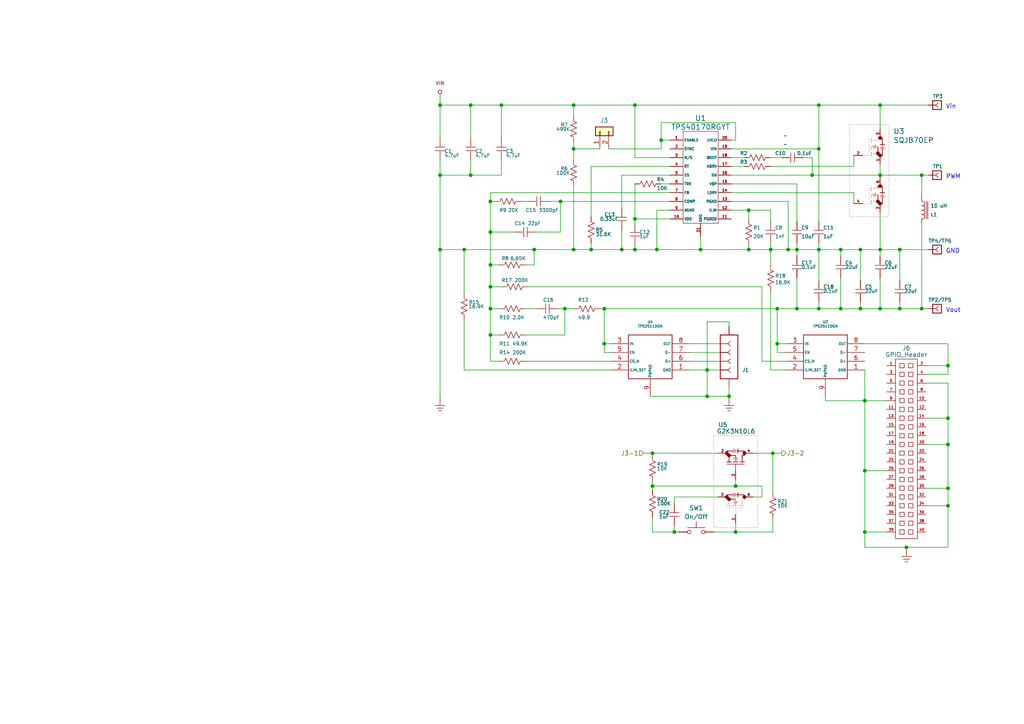
<source format=kicad_sch>
(kicad_sch (version 20230121) (generator eeschema)
  (paper "A4")
  (title_block (title "Dual USB Universal Car Charger") (date "2023-05-02") (rev "-") (company "Deadhand") (comment 1 "Dual USB Universal Car Charger From a TPS40170 and Two TPS2511") (comment 2 "A USB-dedicated charging port controller"))
  (lib_symbols
    (symbol "Connector_Generic:Conn_01x02" (pin_names (offset 1.016) hide)
      (property "Reference" "J" (at 0 2.54 0))
      (property "Value" "Conn_01x02" (at 0 -5.08 0))
      (symbol "Conn_01x02_1_1"
        (pin passive line (at -5.08 0 0) (length 3.81) (name "Pin_1") (number "1"))
        (pin passive line (at -5.08 -2.54 0) (length 3.81) (name "Pin_2") (number "2"))
      )
    )
    (symbol "New_Library:G2K3N10L6" (pin_names hide)
      (property "Reference" "U" (at 1.27 10.16 0))
      (property "Value" "G2K3N10L6" (at 12.7 10.16 0))
      (symbol "G2K3N10L6_1_0"
        (pin bidirectional line (at 0 2.54 0) (length 2.54) (name "G1") (number "1"))
      )
      (symbol "G2K3N10L6_1_1"
        (pin bidirectional line (at 20.32 -2.54 90) (length 2.54) (name "S2") (number "2"))
        (pin bidirectional line (at 12.7 2.54 0) (length 2.54) (name "G2") (number "3"))
        (pin bidirectional line (at 20.32 7.62 270) (length 2.54) (name "D2") (number "4"))
        (pin bidirectional line (at 7.62 -2.54 90) (length 2.54) (name "S1") (number "5"))
        (pin bidirectional line (at 7.62 7.62 270) (length 2.54) (name "D1") (number "6"))
      )
    )
    (symbol "New_Library:GPIO_Header" (pin_names hide)
      (property "Reference" "J" (at 3.175 0 0))
      (property "Value" "GPIO_Header" (at 5.715 2.54 0))
      (symbol "GPIO_Header_1_1"
        (pin input line (at 0 -3.81 0) (length 2.54) (name "3V3") (number "1"))
        (pin input line (at 11.43 -13.97 180) (length 2.54) (name "GPIO15") (number "10"))
        (pin input line (at 0 -16.51 0) (length 2.54) (name "GPI017") (number "11"))
        (pin input line (at 11.43 -16.51 180) (length 2.54) (name "GPIO18") (number "12"))
        (pin input line (at 0 -19.05 0) (length 2.54) (name "GPI027") (number "13"))
        (pin input line (at 11.43 -19.05 180) (length 2.54) (name "GND") (number "14"))
        (pin input line (at 0 -21.59 0) (length 2.54) (name "GPI022") (number "15"))
        (pin input line (at 11.43 -21.59 180) (length 2.54) (name "GPIO23") (number "16"))
        (pin input line (at 0 -24.13 0) (length 2.54) (name "3V3") (number "17"))
        (pin input line (at 11.43 -24.13 180) (length 2.54) (name "GPIO24") (number "18"))
        (pin input line (at 0 -26.67 0) (length 2.54) (name "GPI010") (number "19"))
        (pin input line (at 11.43 -3.81 180) (length 2.54) (name "5V") (number "2"))
        (pin input line (at 11.43 -26.67 180) (length 2.54) (name "GND") (number "20"))
        (pin input line (at 0 -29.21 0) (length 2.54) (name "GPI09") (number "21"))
        (pin input line (at 11.43 -29.21 180) (length 2.54) (name "GPIO25") (number "22"))
        (pin input line (at 0 -31.75 0) (length 2.54) (name "GPI011") (number "23"))
        (pin input line (at 11.43 -31.75 180) (length 2.54) (name "GPIO8") (number "24"))
        (pin input line (at 0 -34.29 0) (length 2.54) (name "GND") (number "25"))
        (pin input line (at 11.43 -34.29 180) (length 2.54) (name "GPIO7") (number "26"))
        (pin input line (at 0 -36.83 0) (length 2.54) (name "ID_SD") (number "27"))
        (pin input line (at 11.43 -36.83 180) (length 2.54) (name "ID_SC") (number "28"))
        (pin input line (at 0 -39.37 0) (length 2.54) (name "GPI05") (number "29"))
        (pin input line (at 0 -6.35 0) (length 2.54) (name "GPIO2") (number "3"))
        (pin input line (at 11.43 -39.37 180) (length 2.54) (name "GND") (number "30"))
        (pin input line (at 0 -41.91 0) (length 2.54) (name "GPI06") (number "31"))
        (pin input line (at 11.43 -41.91 180) (length 2.54) (name "GPI012") (number "32"))
        (pin input line (at 0 -44.45 0) (length 2.54) (name "GPI013") (number "33"))
        (pin input line (at 11.43 -44.45 180) (length 2.54) (name "GND") (number "34"))
        (pin input line (at 0 -46.99 0) (length 2.54) (name "GPI019") (number "35"))
        (pin input line (at 11.43 -46.99 180) (length 2.54) (name "GPI016") (number "36"))
        (pin input line (at 0 -49.53 0) (length 2.54) (name "GPI026") (number "37"))
        (pin input line (at 11.43 -49.53 180) (length 2.54) (name "GPI020") (number "38"))
        (pin input line (at 0 -52.07 0) (length 2.54) (name "GND") (number "39"))
        (pin input line (at 11.43 -6.35 180) (length 2.54) (name "5V") (number "4"))
        (pin input line (at 11.43 -52.07 180) (length 2.54) (name "GPI021") (number "40"))
        (pin input line (at 0 -8.89 0) (length 2.54) (name "GPIO3") (number "5"))
        (pin input line (at 11.43 -8.89 180) (length 2.54) (name "GND") (number "6"))
        (pin input line (at 0 -11.43 0) (length 2.54) (name "GPIO4") (number "7"))
        (pin input line (at 11.43 -11.43 180) (length 2.54) (name "GPIO14") (number "8"))
        (pin input line (at 0 -13.97 0) (length 2.54) (name "GND") (number "9"))
      )
    )
    (symbol "New_Library:SQJB70EP" (pin_names (offset 0) hide)
      (property "Reference" "U" (at 11.43 -2.54 0))
      (property "Value" "SQJB70EP" (at 16.51 -5.08 0))
      (symbol "SQJB70EP_1_0"
        (pin bidirectional line (at 0 0 0) (length 2.54) (name "G1") (number "2"))
      )
      (symbol "SQJB70EP_1_1"
        (pin bidirectional line (at 7.62 -2.54 90) (length 2.54) (name "S1") (number "1"))
        (pin bidirectional line (at 7.62 -16.51 90) (length 2.54) (name "S2") (number "3"))
        (pin bidirectional line (at 0 -13.97 0) (length 2.54) (name "G2") (number "4"))
        (pin bidirectional line (at 7.62 7.62 270) (length 2.54) (name "D1") (number "5"))
        (pin bidirectional line (at 7.62 -6.35 270) (length 2.54) (name "D2") (number "6"))
      )
    )
    (symbol "New_Library:TPS2511DGN" (pin_names (offset 0.254))
      (property "Reference" "U" (at -6.35 15.24 0))
      (property "Value" "TPS2511DGN" (at -6.35 13.97 0))
      (symbol "TPS2511DGN_1_1"
        (pin power_in line (at 5.08 2.54 180) (length 5.08) (name "GND") (number "1"))
        (pin input line (at -17.78 2.54 0) (length 5.08) (name "ILIM_SET") (number "2"))
        (pin power_in line (at -17.78 10.16 0) (length 5.08) (name "IN") (number "3"))
        (pin output line (at -17.78 5.08 0) (length 5.08) (name "CS_N") (number "4"))
        (pin input line (at -17.78 7.62 0) (length 5.08) (name "EN") (number "5"))
        (pin bidirectional line (at 5.08 5.08 180) (length 5.08) (name "D+") (number "6"))
        (pin bidirectional line (at 5.08 7.62 180) (length 5.08) (name "D-") (number "7"))
        (pin power_in line (at 5.08 10.16 180) (length 5.08) (name "OUT") (number "8"))
        (pin power_in line (at -6.35 -5.08 90) (length 5.08) (name "PWPAD") (number "9"))
      )
    )
    (symbol "New_Library:TPS40170RGYT" (pin_names (offset 0.254))
      (property "Reference" "U" (at 12.7 6.35 0))
      (property "Value" "TPS40170RGYT" (at 12.7 3.81 0))
      (symbol "TPS40170RGYT_1_1"
        (pin input line (at 3.81 0 0) (length 3.81) (name "ENABLE") (number "1"))
        (pin output line (at 3.81 -22.86 0) (length 3.81) (name "VDD") (number "10"))
        (pin output line (at 21.59 -22.86 180) (length 3.81) (name "PGOOD") (number "11"))
        (pin input line (at 21.59 -20.32 180) (length 3.81) (name "ILIM") (number "12"))
        (pin power_in line (at 21.59 -17.78 180) (length 3.81) (name "PGND") (number "13"))
        (pin output line (at 21.59 -15.24 180) (length 3.81) (name "LDRV") (number "14"))
        (pin output line (at 21.59 -12.7 180) (length 3.81) (name "VBP") (number "15"))
        (pin input line (at 21.59 -10.16 180) (length 3.81) (name "SW") (number "16"))
        (pin output line (at 21.59 -7.62 180) (length 3.81) (name "HDRV") (number "17"))
        (pin output line (at 21.59 -5.08 180) (length 3.81) (name "BOOT") (number "18"))
        (pin input line (at 21.59 -2.54 180) (length 3.81) (name "VIN") (number "19"))
        (pin bidirectional line (at 3.81 -2.54 0) (length 3.81) (name "SYNC") (number "2"))
        (pin input line (at 21.59 0 180) (length 3.81) (name "UVLO") (number "20"))
        (pin unspecified line (at 12.7 -27.94 90) (length 3.81) (name "GND") (number "21"))
        (pin input line (at 3.81 -5.08 0) (length 3.81) (name "M/S") (number "3"))
        (pin input line (at 3.81 -7.62 0) (length 3.81) (name "RT") (number "4"))
        (pin input line (at 3.81 -10.16 0) (length 3.81) (name "SS") (number "5"))
        (pin input line (at 3.81 -12.7 0) (length 3.81) (name "TRK") (number "6"))
        (pin input line (at 3.81 -15.24 0) (length 3.81) (name "FB") (number "7"))
        (pin output line (at 3.81 -17.78 0) (length 3.81) (name "COMP") (number "8"))
        (pin power_in line (at 3.81 -20.32 0) (length 3.81) (name "AGND") (number "9"))
      )
    )
    (symbol "Switch:SW_Push" (pin_numbers hide) (pin_names (offset 1.016) hide)
      (property "Reference" "SW" (at 1.27 2.54 0))
      (property "Value" "SW_Push" (at 0 -1.524 0))
      (symbol "SW_Push_0_1"
        (pin passive line (at -5.08 0 0) (length 2.54) (name "1") (number "1"))
        (pin passive line (at 5.08 0 180) (length 2.54) (name "2") (number "2"))
      )
    )
    (symbol "USB-power:1176" (pin_numbers hide) (pin_names (offset 1.016) hide)
      (property "Reference" "U" (at -2.54 3.81 0))
      (property "Value" "1176" (at 0 -3.81 0))
      (symbol "1176_1_1"
        (pin passive line (at 0 -3.175 90) (length 2.413) (name "~") (number "~"))
        (pin passive line (at 0 3.175 270) (length 2.54) (name "~") (number "~"))
      )
    )
    (symbol "USB-power:1180" (pin_numbers hide) (pin_names (offset 1.016) hide)
      (property "Reference" "U" (at -2.54 3.81 0))
      (property "Value" "1180" (at 0 -3.81 0))
      (symbol "1180_1_1"
        (pin passive line (at 0 -3.81 90) (length 1.27) (name "~") (number "~"))
        (pin passive line (at 0 3.81 270) (length 1.397) (name "~") (number "~"))
      )
    )
    (symbol "USB-power:1187" (pin_numbers hide) (pin_names (offset 1.016) hide)
      (property "Reference" "U" (at -2.54 3.81 0))
      (property "Value" "1187" (at 0 -3.81 0))
      (symbol "1187_1_1"
        (pin passive line (at 0.635 -3.81 90) (length 1.016) (name "~") (number "~"))
        (pin passive line (at 0.635 3.81 270) (length 1.143) (name "~") (number "~"))
      )
    )
    (symbol "USB-power:1204" (power) (pin_numbers hide) (pin_names (offset 1.016) hide)
      (property "Reference" "U" (at -2.54 3.81 0))
      (property "Value" "1204" (at 0 -3.81 0))
      (symbol "1204_1_1"
        (pin passive line (at 0 2.54 270) (length 2.413) (name "~") (number "~"))
      )
    )
    (symbol "USB-power:1221" (power) (pin_numbers hide) (pin_names (offset 1.016) hide)
      (property "Reference" "U" (at -2.54 3.81 0))
      (property "Value" "1221" (at 0 -3.81 0))
      (symbol "1221_1_1"
        (pin passive line (at 0 -1.27 90) (length 0.508) (name "~") (number "~"))
      )
    )
    (symbol "USB-power:1222C" (power) (pin_numbers hide) (pin_names (offset 1.016) hide)
      (property "Reference" "U" (at -2.54 3.81 0))
      (property "Value" "1222C" (at 0 -3.81 0))
      (symbol "1222C_1_1"
        (pin passive line (at 0 1.27 270) (length 2.413) (name "~") (number "~"))
      )
    )
    (symbol "USB-power:1222D" (power) (pin_numbers hide) (pin_names (offset 1.016) hide)
      (property "Reference" "U" (at -2.54 3.81 0))
      (property "Value" "1222D" (at 0 -3.81 0))
      (symbol "1222D_1_1"
        (pin passive line (at 0 -1.27 90) (length 2.286) (name "~") (number "~"))
      )
    )
    (symbol "USB-power:1224" (power) (pin_numbers hide) (pin_names (offset 1.016) hide)
      (property "Reference" "U" (at -2.54 3.81 0))
      (property "Value" "1224" (at 0 -3.81 0))
      (symbol "1224_1_1"
        (pin passive line (at 1.905 0 180) (length 2.159) (name "~") (number "~"))
      )
    )
    (symbol "USB-power:cuscomp4" (pin_numbers hide) (pin_names (offset 1.016) hide)
      (property "Reference" "U" (at -2.54 3.81 0))
      (property "Value" "cuscomp4" (at 0 -3.81 0))
    )
    (symbol "USB-power:cuscomp6" (pin_numbers hide) (pin_names (offset 1.016) hide)
      (property "Reference" "U" (at -2.54 3.81 0))
      (property "Value" "cuscomp6" (at 0 -3.81 0))
    )
    (symbol "USB-power:cuscomp7" (pin_numbers hide) (pin_names (offset 1.016) hide)
      (property "Reference" "U" (at -2.54 3.81 0))
      (property "Value" "cuscomp7" (at 0 -3.81 0))
    )
    (symbol "USB-power:cuscomp8" (pin_numbers hide) (pin_names (offset 1.016) hide)
      (property "Reference" "U" (at -2.54 3.81 0))
      (property "Value" "cuscomp8" (at 0 -3.81 0))
    )
    (symbol "USB-power:cuscomp9" (pin_numbers hide) (pin_names (offset 1.016) hide)
      (property "Reference" "U" (at -2.54 3.81 0))
      (property "Value" "cuscomp9" (at 0 -3.81 0))
    )
  )
  (junction (at 142.24 89.535))
  (junction (at 175.26 99.695))
  (junction (at 142.24 67.31))
  (junction (at 225.425 89.535))
  (junction (at 189.23 140.97))
  (junction (at 127.635 50.8))
  (junction (at 184.15 72.39))
  (junction (at 260.985 89.535))
  (junction (at 225.425 99.695))
  (junction (at 142.24 58.42))
  (junction (at 213.36 140.97))
  (junction (at 184.15 63.5))
  (junction (at 274.955 128.905))
  (junction (at 184.15 30.48))
  (junction (at 231.14 89.535))
  (junction (at 217.17 72.39))
  (junction (at 235.585 50.8))
  (junction (at 134.62 72.39))
  (junction (at 127.635 30.48))
  (junction (at 255.27 89.535))
  (junction (at 205.105 107.315))
  (junction (at 195.58 154.305))
  (junction (at 203.2 72.39))
  (junction (at 127.635 72.39))
  (junction (at 255.27 50.8))
  (junction (at 163.83 89.535))
  (junction (at 223.52 72.39))
  (junction (at 255.27 72.39))
  (junction (at 213.36 154.305))
  (junction (at 217.17 60.96))
  (junction (at 250.825 154.305))
  (junction (at 274.955 141.605))
  (junction (at 237.49 43.18))
  (junction (at 262.89 158.75))
  (junction (at 166.37 30.48))
  (junction (at 260.985 72.39))
  (junction (at 255.27 30.48))
  (junction (at 224.155 131.445))
  (junction (at 267.335 89.535))
  (junction (at 142.24 76.835))
  (junction (at 274.955 146.685))
  (junction (at 142.24 97.155))
  (junction (at 243.84 72.39))
  (junction (at 205.105 114.935))
  (junction (at 180.34 72.39))
  (junction (at 166.37 43.18))
  (junction (at 189.23 131.445))
  (junction (at 211.455 114.935))
  (junction (at 228.6 72.39))
  (junction (at 274.955 121.285))
  (junction (at 249.555 89.535))
  (junction (at 166.37 72.39))
  (junction (at 136.525 50.8))
  (junction (at 237.49 72.39))
  (junction (at 175.26 89.535))
  (junction (at 243.84 89.535))
  (junction (at 274.955 106.045))
  (junction (at 267.335 50.8))
  (junction (at 154.94 72.39))
  (junction (at 145.415 30.48))
  (junction (at 237.49 30.48))
  (junction (at 250.825 116.205))
  (junction (at 249.555 72.39))
  (junction (at 191.77 40.64))
  (junction (at 231.14 72.39))
  (junction (at 142.24 83.185))
  (junction (at 162.56 58.42))
  (junction (at 250.825 136.525))
  (junction (at 237.49 89.535))
  (junction (at 136.525 30.48))
  (junction (at 171.45 72.39))
  (junction (at 190.5 72.39))
  (wire (pts (xy 223.52 76.835) (xy 223.52 72.39)))
  (wire (pts (xy 189.23 132.08) (xy 189.23 131.445)))
  (wire (pts (xy 237.49 81.28) (xy 237.49 72.39)))
  (wire (pts (xy 205.105 107.315) (xy 205.105 114.935)))
  (wire (pts (xy 260.985 87.63) (xy 260.985 89.535)))
  (wire (pts (xy 176.53 43.18) (xy 191.77 43.18)))
  (wire (pts (xy 205.105 114.935) (xy 211.455 114.935)))
  (wire (pts (xy 217.17 63.5) (xy 217.17 60.96)))
  (wire (pts (xy 217.17 71.12) (xy 217.17 72.39)))
  (wire (pts (xy 151.13 58.42) (xy 153.035 58.42)))
  (wire (pts (xy 142.24 55.88) (xy 142.24 58.42)))
  (wire (pts (xy 142.24 76.835) (xy 144.78 76.835)))
  (wire (pts (xy 195.58 154.305) (xy 196.85 154.305)))
  (wire (pts (xy 217.17 72.39) (xy 223.52 72.39)))
  (wire (pts (xy 194.31 60.96) (xy 190.5 60.96)))
  (wire (pts (xy 274.955 121.285) (xy 274.955 128.905)))
  (wire (pts (xy 268.605 146.685) (xy 274.955 146.685)))
  (wire (pts (xy 249.555 72.39) (xy 255.27 72.39)))
  (wire (pts (xy 136.525 40.005) (xy 136.525 30.48)))
  (wire (pts (xy 255.27 72.39) (xy 260.985 72.39)))
  (wire (pts (xy 127.635 50.8) (xy 136.525 50.8)))
  (wire (pts (xy 145.415 40.005) (xy 145.415 30.48)))
  (wire (pts (xy 189.23 149.86) (xy 189.23 154.305)))
  (wire (pts (xy 239.395 116.205) (xy 239.395 114.935)))
  (wire (pts (xy 184.15 45.72) (xy 184.15 30.48)))
  (wire (pts (xy 274.955 106.045) (xy 268.605 106.045)))
  (wire (pts (xy 166.37 43.18) (xy 166.37 46.355)))
  (wire (pts (xy 231.14 80.645) (xy 231.14 89.535)))
  (wire (pts (xy 134.62 107.315) (xy 134.62 92.71)))
  (wire (pts (xy 212.09 48.26) (xy 215.9 48.26)))
  (wire (pts (xy 166.37 30.48) (xy 184.15 30.48)))
  (wire (pts (xy 175.26 89.535) (xy 175.26 99.695)))
  (wire (pts (xy 235.585 50.8) (xy 255.27 50.8)))
  (wire (pts (xy 223.52 60.96) (xy 217.17 60.96)))
  (wire (pts (xy 255.27 50.8) (xy 267.335 50.8)))
  (wire (pts (xy 220.98 104.775) (xy 227.965 104.775)))
  (wire (pts (xy 274.955 128.905) (xy 274.955 141.605)))
  (wire (pts (xy 189.23 140.97) (xy 213.36 140.97)))
  (wire (pts (xy 237.49 43.18) (xy 237.49 30.48)))
  (wire (pts (xy 171.45 48.26) (xy 194.31 48.26)))
  (wire (pts (xy 260.985 72.39) (xy 269.24 72.39)))
  (wire (pts (xy 231.14 70.485) (xy 231.14 72.39)))
  (wire (pts (xy 189.23 131.445) (xy 208.28 131.445)))
  (wire (pts (xy 262.89 158.75) (xy 250.825 158.75)))
  (wire (pts (xy 175.26 99.695) (xy 177.165 99.695)))
  (wire (pts (xy 145.415 50.8) (xy 136.525 50.8)))
  (wire (pts (xy 211.455 94.615) (xy 211.455 93.345)))
  (wire (pts (xy 243.84 80.645) (xy 243.84 89.535)))
  (wire (pts (xy 205.105 93.345) (xy 211.455 93.345)))
  (wire (pts (xy 274.955 141.605) (xy 274.955 146.685)))
  (wire (pts (xy 212.09 53.34) (xy 231.14 53.34)))
  (wire (pts (xy 223.52 72.39) (xy 228.6 72.39)))
  (wire (pts (xy 142.24 76.835) (xy 142.24 83.185)))
  (wire (pts (xy 267.335 50.8) (xy 267.335 57.15)))
  (wire (pts (xy 213.36 40.64) (xy 213.36 35.56)))
  (wire (pts (xy 213.36 35.56) (xy 191.77 35.56)))
  (wire (pts (xy 195.58 146.05) (xy 195.58 144.145)))
  (wire (pts (xy 194.31 40.64) (xy 191.77 40.64)))
  (wire (pts (xy 250.825 107.315) (xy 250.825 116.205)))
  (wire (pts (xy 154.94 72.39) (xy 166.37 72.39)))
  (wire (pts (xy 200.025 99.695) (xy 208.915 99.695)))
  (wire (pts (xy 237.49 30.48) (xy 255.27 30.48)))
  (wire (pts (xy 223.52 70.485) (xy 223.52 72.39)))
  (wire (pts (xy 223.52 48.26) (xy 247.65 48.26)))
  (wire (pts (xy 166.37 43.18) (xy 173.99 43.18)))
  (wire (pts (xy 142.24 55.88) (xy 194.31 55.88)))
  (wire (pts (xy 268.605 141.605) (xy 274.955 141.605)))
  (wire (pts (xy 184.15 64.77) (xy 184.15 63.5)))
  (wire (pts (xy 190.5 60.96) (xy 190.5 72.39)))
  (wire (pts (xy 142.24 83.185) (xy 142.24 89.535)))
  (wire (pts (xy 274.955 99.695) (xy 250.825 99.695)))
  (wire (pts (xy 186.69 131.445) (xy 189.23 131.445)))
  (wire (pts (xy 171.45 62.865) (xy 171.45 48.26)))
  (wire (pts (xy 257.175 116.205) (xy 250.825 116.205)))
  (wire (pts (xy 233.045 45.72) (xy 235.585 45.72)))
  (wire (pts (xy 180.34 66.675) (xy 180.34 72.39)))
  (wire (pts (xy 134.62 72.39) (xy 154.94 72.39)))
  (wire (pts (xy 250.825 154.305) (xy 250.825 158.75)))
  (wire (pts (xy 180.34 50.8) (xy 194.31 50.8)))
  (wire (pts (xy 145.415 30.48) (xy 166.37 30.48)))
  (wire (pts (xy 224.155 142.875) (xy 224.155 131.445)))
  (wire (pts (xy 144.78 104.775) (xy 142.24 104.775)))
  (wire (pts (xy 237.49 89.535) (xy 243.84 89.535)))
  (wire (pts (xy 237.49 87.63) (xy 237.49 89.535)))
  (wire (pts (xy 255.27 30.48) (xy 269.24 30.48)))
  (wire (pts (xy 255.27 74.295) (xy 255.27 72.39)))
  (wire (pts (xy 239.395 116.205) (xy 250.825 116.205)))
  (wire (pts (xy 235.585 45.72) (xy 235.585 50.8)))
  (wire (pts (xy 203.2 68.58) (xy 203.2 72.39)))
  (wire (pts (xy 220.98 140.97) (xy 213.36 140.97)))
  (wire (pts (xy 195.58 152.4) (xy 195.58 154.305)))
  (wire (pts (xy 200.025 104.775) (xy 208.915 104.775)))
  (wire (pts (xy 152.4 104.775) (xy 177.165 104.775)))
  (wire (pts (xy 274.955 106.045) (xy 274.955 108.585)))
  (wire (pts (xy 162.56 67.31) (xy 155.575 67.31)))
  (wire (pts (xy 255.27 47.625) (xy 255.27 50.8)))
  (wire (pts (xy 212.09 40.64) (xy 213.36 40.64)))
  (wire (pts (xy 180.34 60.325) (xy 180.34 50.8)))
  (wire (pts (xy 212.09 43.18) (xy 237.49 43.18)))
  (wire (pts (xy 127.635 27.94) (xy 127.635 30.48)))
  (wire (pts (xy 162.56 58.42) (xy 162.56 67.31)))
  (wire (pts (xy 223.52 45.72) (xy 226.695 45.72)))
  (wire (pts (xy 145.415 83.185) (xy 142.24 83.185)))
  (wire (pts (xy 189.23 139.7) (xy 189.23 140.97)))
  (wire (pts (xy 211.455 114.935) (xy 211.455 112.395)))
  (wire (pts (xy 190.5 72.39) (xy 203.2 72.39)))
  (wire (pts (xy 212.09 55.88) (xy 247.65 55.88)))
  (wire (pts (xy 243.84 89.535) (xy 249.555 89.535)))
  (wire (pts (xy 145.415 46.355) (xy 145.415 50.8)))
  (wire (pts (xy 220.98 144.145) (xy 218.44 144.145)))
  (wire (pts (xy 142.24 58.42) (xy 142.24 67.31)))
  (wire (pts (xy 162.56 58.42) (xy 194.31 58.42)))
  (wire (pts (xy 127.635 114.935) (xy 127.635 72.39)))
  (wire (pts (xy 267.335 50.8) (xy 269.24 50.8)))
  (wire (pts (xy 207.01 154.305) (xy 213.36 154.305)))
  (wire (pts (xy 268.605 121.285) (xy 274.955 121.285)))
  (wire (pts (xy 142.24 67.31) (xy 149.225 67.31)))
  (wire (pts (xy 142.24 58.42) (xy 143.51 58.42)))
  (wire (pts (xy 267.335 64.77) (xy 267.335 89.535)))
  (wire (pts (xy 166.37 33.655) (xy 166.37 30.48)))
  (wire (pts (xy 194.31 53.34) (xy 191.77 53.34)))
  (wire (pts (xy 213.36 151.765) (xy 213.36 154.305)))
  (wire (pts (xy 212.09 60.96) (xy 217.17 60.96)))
  (wire (pts (xy 231.14 89.535) (xy 237.49 89.535)))
  (wire (pts (xy 225.425 89.535) (xy 231.14 89.535)))
  (wire (pts (xy 212.09 50.8) (xy 235.585 50.8)))
  (wire (pts (xy 191.77 35.56) (xy 191.77 40.64)))
  (wire (pts (xy 274.955 146.685) (xy 274.955 158.75)))
  (wire (pts (xy 171.45 70.485) (xy 171.45 72.39)))
  (wire (pts (xy 225.425 99.695) (xy 225.425 102.235)))
  (wire (pts (xy 247.65 48.26) (xy 247.65 45.085)))
  (wire (pts (xy 163.83 89.535) (xy 166.37 89.535)))
  (wire (pts (xy 249.555 89.535) (xy 255.27 89.535)))
  (wire (pts (xy 231.14 74.295) (xy 231.14 72.39)))
  (wire (pts (xy 144.78 97.155) (xy 142.24 97.155)))
  (wire (pts (xy 212.09 58.42) (xy 228.6 58.42)))
  (wire (pts (xy 142.24 89.535) (xy 142.24 97.155)))
  (wire (pts (xy 268.605 111.125) (xy 274.955 111.125)))
  (wire (pts (xy 249.555 81.28) (xy 249.555 72.39)))
  (wire (pts (xy 144.78 89.535) (xy 142.24 89.535)))
  (wire (pts (xy 154.94 72.39) (xy 154.94 76.835)))
  (wire (pts (xy 237.49 70.485) (xy 237.49 72.39)))
  (wire (pts (xy 142.24 67.31) (xy 142.24 76.835)))
  (wire (pts (xy 225.425 89.535) (xy 225.425 99.695)))
  (wire (pts (xy 177.165 107.315) (xy 134.62 107.315)))
  (wire (pts (xy 268.605 128.905) (xy 274.955 128.905)))
  (wire (pts (xy 203.2 72.39) (xy 217.17 72.39)))
  (wire (pts (xy 249.555 87.63) (xy 249.555 89.535)))
  (wire (pts (xy 220.98 144.145) (xy 220.98 140.97)))
  (wire (pts (xy 152.4 97.155) (xy 163.83 97.155)))
  (wire (pts (xy 127.635 72.39) (xy 134.62 72.39)))
  (wire (pts (xy 250.825 116.205) (xy 250.825 136.525)))
  (wire (pts (xy 184.15 53.34) (xy 184.15 63.5)))
  (wire (pts (xy 189.23 154.305) (xy 195.58 154.305)))
  (wire (pts (xy 225.425 99.695) (xy 227.965 99.695)))
  (wire (pts (xy 166.37 72.39) (xy 171.45 72.39)))
  (wire (pts (xy 223.52 84.455) (xy 223.52 107.315)))
  (wire (pts (xy 191.77 43.18) (xy 191.77 40.64)))
  (wire (pts (xy 250.825 136.525) (xy 250.825 154.305)))
  (wire (pts (xy 260.985 72.39) (xy 260.985 81.28)))
  (wire (pts (xy 184.15 63.5) (xy 194.31 63.5)))
  (wire (pts (xy 136.525 30.48) (xy 145.415 30.48)))
  (wire (pts (xy 218.44 131.445) (xy 224.155 131.445)))
  (wire (pts (xy 231.14 53.34) (xy 231.14 64.135)))
  (wire (pts (xy 175.26 89.535) (xy 225.425 89.535)))
  (wire (pts (xy 127.635 30.48) (xy 136.525 30.48)))
  (wire (pts (xy 177.165 102.235) (xy 175.26 102.235)))
  (wire (pts (xy 166.37 53.975) (xy 166.37 72.39)))
  (wire (pts (xy 243.84 74.295) (xy 243.84 72.39)))
  (wire (pts (xy 257.175 136.525) (xy 250.825 136.525)))
  (wire (pts (xy 255.27 80.645) (xy 255.27 89.535)))
  (wire (pts (xy 173.99 89.535) (xy 175.26 89.535)))
  (wire (pts (xy 127.635 50.8) (xy 127.635 72.39)))
  (wire (pts (xy 166.37 41.275) (xy 166.37 43.18)))
  (wire (pts (xy 200.025 107.315) (xy 205.105 107.315)))
  (wire (pts (xy 255.27 30.48) (xy 255.27 37.465)))
  (wire (pts (xy 247.65 59.055) (xy 247.65 55.88)))
  (wire (pts (xy 228.6 58.42) (xy 228.6 72.39)))
  (wire (pts (xy 224.155 150.495) (xy 224.155 154.305)))
  (wire (pts (xy 161.925 89.535) (xy 163.83 89.535)))
  (wire (pts (xy 268.605 108.585) (xy 274.955 108.585)))
  (wire (pts (xy 184.15 30.48) (xy 237.49 30.48)))
  (wire (pts (xy 257.175 154.305) (xy 250.825 154.305)))
  (wire (pts (xy 237.49 64.135) (xy 237.49 43.18)))
  (wire (pts (xy 224.155 131.445) (xy 226.695 131.445)))
  (wire (pts (xy 142.24 97.155) (xy 142.24 104.775)))
  (wire (pts (xy 243.84 72.39) (xy 249.555 72.39)))
  (wire (pts (xy 175.26 102.235) (xy 175.26 99.695)))
  (wire (pts (xy 162.56 58.42) (xy 159.385 58.42)))
  (wire (pts (xy 180.34 72.39) (xy 184.15 72.39)))
  (wire (pts (xy 134.62 85.09) (xy 134.62 72.39)))
  (wire (pts (xy 195.58 144.145) (xy 208.28 144.145)))
  (wire (pts (xy 274.955 111.125) (xy 274.955 121.285)))
  (wire (pts (xy 184.15 71.12) (xy 184.15 72.39)))
  (wire (pts (xy 231.14 72.39) (xy 237.49 72.39)))
  (wire (pts (xy 213.36 154.305) (xy 224.155 154.305)))
  (wire (pts (xy 227.965 102.235) (xy 225.425 102.235)))
  (wire (pts (xy 188.595 114.935) (xy 205.105 114.935)))
  (wire (pts (xy 255.27 61.595) (xy 255.27 72.39)))
  (wire (pts (xy 127.635 40.005) (xy 127.635 30.48)))
  (wire (pts (xy 255.27 89.535) (xy 260.985 89.535)))
  (wire (pts (xy 223.52 107.315) (xy 227.965 107.315)))
  (wire (pts (xy 220.98 83.185) (xy 220.98 104.775)))
  (wire (pts (xy 212.09 45.72) (xy 215.9 45.72)))
  (wire (pts (xy 208.915 107.315) (xy 205.105 107.315)))
  (wire (pts (xy 260.985 89.535) (xy 267.335 89.535)))
  (wire (pts (xy 171.45 72.39) (xy 180.34 72.39)))
  (wire (pts (xy 223.52 64.135) (xy 223.52 60.96)))
  (wire (pts (xy 194.31 45.72) (xy 184.15 45.72)))
  (wire (pts (xy 163.83 97.155) (xy 163.83 89.535)))
  (wire (pts (xy 228.6 72.39) (xy 231.14 72.39)))
  (wire (pts (xy 200.025 102.235) (xy 208.915 102.235)))
  (wire (pts (xy 213.36 140.97) (xy 213.36 139.065)))
  (wire (pts (xy 205.105 93.345) (xy 205.105 107.315)))
  (wire (pts (xy 153.035 83.185) (xy 220.98 83.185)))
  (wire (pts (xy 189.23 140.97) (xy 189.23 142.24)))
  (wire (pts (xy 154.94 76.835) (xy 152.4 76.835)))
  (wire (pts (xy 237.49 72.39) (xy 243.84 72.39)))
  (wire (pts (xy 184.15 72.39) (xy 190.5 72.39)))
  (wire (pts (xy 274.955 158.75) (xy 262.89 158.75)))
  (wire (pts (xy 267.335 89.535) (xy 269.24 89.535)))
  (wire (pts (xy 274.955 106.045) (xy 274.955 99.695)))
  (wire (pts (xy 127.635 46.355) (xy 127.635 50.8)))
  (wire (pts (xy 136.525 46.355) (xy 136.525 50.8)))
  (wire (pts (xy 255.27 50.8) (xy 255.27 51.435)))
  (wire (pts (xy 152.4 89.535) (xy 155.575 89.535)))
  (text "GND" (at 274.32 73.66 0) (effects (font (size 1.27 1.27)) (justify left bottom)))
  (text "PWM" (at 274.32 52.07 0) (effects (font (size 1.27 1.27)) (justify left bottom)))
  (text "Vout" (at 274.32 90.805 0) (effects (font (size 1.27 1.27)) (justify left bottom)))
  (text "Vin" (at 274.32 31.75 0) (effects (font (size 1.27 1.27)) (justify left bottom)))
  (hierarchical_label "J3-2" (shape output) (at 226.695 131.445 0))
  (hierarchical_label "J3-1" (shape input) (at 186.69 131.445 180))
  (symbol (lib_id "USB-power:1187") (at 267.97 60.96 180) (unit 1)
    (property "Reference" "L1" (at 269.875 62.23 0) (effects (font (size 1.016 1.016)) (justify right)))
    (property "Value" "10 uH" (at 269.875 59.69 0) (effects (font (size 1.016 1.016)) (justify right)))
    (property "Name" "IRON CORE" (effects hide))
    (property "Manufacturer" "Cooper Bussmann" (effects hide))
    (property "Manufacturer Part Number" "CTX10-2-52-R" (effects hide))
    (property "Digikey Part Number" "513-1676-ND" (effects hide))
  )
  (symbol (lib_id "USB-power:1176") (at 127.635 43.18 0) (unit 1)
    (property "Reference" "C1" (at 128.905 43.815 0) (effects (font (size 1.016 1.016)) (justify left)))
    (property "Value" "4.7uF" (at 128.905 45.085 0) (effects (font (size 1.016 1.016)) (justify left)))
    (property "Name" "NON POLARIZED" (effects hide))
    (property "Manufacturer" "Samsung Electro-Mechanics America, Inc" (effects hide))
    (property "Manufacturer Part Number" "CL31B475KBHNFNE" (effects hide))
    (property "Digikey Part Number" "1276-3179-1-ND" (effects hide))
  )
  (symbol (lib_id "USB-power:1176") (at 136.525 43.18 0) (unit 1)
    (property "Reference" "C2" (at 137.795 43.815 0) (effects (font (size 1.016 1.016)) (justify left)))
    (property "Value" "4.7uF" (at 137.795 45.085 0) (effects (font (size 1.016 1.016)) (justify left)))
    (property "Name" "NON POLARIZED" (effects hide))
    (property "Manufacturer" "Samsung Electro-Mechanics America, Inc" (effects hide))
    (property "Manufacturer Part Number" "CL31B475KBHNFNE" (effects hide))
    (property "Digikey Part Number" "1276-3179-1-ND" (effects hide))
  )
  (symbol (lib_id "USB-power:1176") (at 145.415 43.18 0) (unit 1)
    (property "Reference" "C3" (at 146.685 43.815 0) (effects (font (size 1.016 1.016)) (justify left)))
    (property "Value" "4.7uF" (at 146.685 45.085 0) (effects (font (size 1.016 1.016)) (justify left)))
    (property "Name" "NON POLARIZED" (effects hide))
    (property "Manufacturer" "Samsung Electro-Mechanics America, Inc" (effects hide))
    (property "Manufacturer Part Number" "CL31B475KBHNFNE" (effects hide))
    (property "Digikey Part Number" "1276-3179-1-ND" (effects hide))
  )
  (symbol (lib_id "USB-power:1224") (at 271.145 30.48 180) (unit 1)
    (property "Reference" "X14" (effects hide))
    (property "Value" "PORT_5" (effects hide))
    (property "Name" "TP3" (effects hide))
  )
  (symbol (lib_id "USB-power:1176") (at 243.84 77.47 180) (unit 1)
    (property "Reference" "C4" (at 245.11 76.2 0) (effects (font (size 1.016 1.016)) (justify right)))
    (property "Value" "22uF" (at 245.11 77.47 0) (effects (font (size 1.016 1.016)) (justify right)))
    (property "Name" "NON POLARIZED" (effects hide))
    (property "Manufacturer" "TDK Corporation" (effects hide))
    (property "Manufacturer Part Number" "C2012X5R0J226M125AC" (effects hide))
    (property "Digikey Part Number" "445-1422-1-ND" (effects hide))
  )
  (symbol (lib_id "USB-power:1176") (at 249.555 84.455 180) (unit 1)
    (property "Reference" "C5" (at 250.825 83.185 0) (effects (font (size 1.016 1.016)) (justify right)))
    (property "Value" "22uF" (at 250.825 84.455 0) (effects (font (size 1.016 1.016)) (justify right)))
    (property "Name" "NON POLARIZED" (effects hide))
    (property "Manufacturer" "TDK Corporation" (effects hide))
    (property "Manufacturer Part Number" "C2012X5R0J226M125AC" (effects hide))
    (property "Digikey Part Number" "445-1422-1-ND" (effects hide))
  )
  (symbol (lib_id "USB-power:1176") (at 255.27 77.47 180) (unit 1)
    (property "Reference" "C6" (at 256.54 76.2 0) (effects (font (size 1.016 1.016)) (justify right)))
    (property "Value" "22uF" (at 256.54 77.47 0) (effects (font (size 1.016 1.016)) (justify right)))
    (property "Name" "NON POLARIZED" (effects hide))
    (property "Manufacturer" "TDK Corporation" (effects hide))
    (property "Manufacturer Part Number" "C2012X5R0J226M125AC" (effects hide))
    (property "Digikey Part Number" "445-1422-1-ND" (effects hide))
  )
  (symbol (lib_id "USB-power:1176") (at 260.985 84.455 180) (unit 1)
    (property "Reference" "C7" (at 262.255 83.185 0) (effects (font (size 1.016 1.016)) (justify right)))
    (property "Value" "22uF" (at 262.255 84.455 0) (effects (font (size 1.016 1.016)) (justify right)))
    (property "Name" "NON POLARIZED" (effects hide))
    (property "Manufacturer" "TDK Corporation" (effects hide))
    (property "Manufacturer Part Number" "C2012X5R0J226M125AC" (effects hide))
    (property "Digikey Part Number" "445-1422-1-ND" (effects hide))
  )
  (symbol (lib_id "USB-power:1224") (at 271.145 89.535 180) (unit 1)
    (property "Reference" "X17" (effects hide))
    (property "Value" "VOUT [1]" (effects hide))
    (property "Name" "TP2" (effects hide))
  )
  (symbol (lib_id "USB-power:1224") (at 271.145 50.8 180) (unit 1)
    (property "Reference" "X18" (effects hide))
    (property "Value" "PORT_9" (effects hide))
    (property "Name" "TP1" (effects hide))
  )
  (symbol (lib_id "USB-power:1180") (at 219.71 45.72 270) (unit 1)
    (property "Reference" "R2" (at 214.63 44.45 90) (effects (font (size 1.016 1.016)) (justify left)))
    (property "Value" "~" (at 227.33 39.37 90) (effects (font (size 1.016 1.016)) (justify left)))
    (property "Name" "RESISTOR" (effects hide))
    (property "Manufacturer" "Yageo" (effects hide))
    (property "Manufacturer Part Number" "AC0402JR-070RL" (effects hide))
    (property "Digikey Part Number" "311-0.0LBCT-ND" (effects hide))
  )
  (symbol (lib_id "USB-power:1176") (at 229.87 45.72 270) (unit 1)
    (property "Reference" "C10" (at 224.79 44.45 90) (effects (font (size 1.016 1.016)) (justify left)))
    (property "Value" "0.1uF" (at 231.14 44.45 90) (effects (font (size 1.016 1.016)) (justify left)))
    (property "Name" "NON POLARIZED" (effects hide))
    (property "Manufacturer" "TDK Corporation" (effects hide))
    (property "Manufacturer Part Number" "C1005X7R1E104K050BB" (effects hide))
    (property "Digikey Part Number" "445-7348-1-ND" (effects hide))
  )
  (symbol (lib_id "USB-power:1180") (at 166.37 37.465 0) (unit 1)
    (property "Reference" "R7" (at 162.56 36.195 0) (effects (font (size 1.016 1.016)) (justify left)))
    (property "Value" "499K" (at 161.29 37.465 0) (effects (font (size 1.016 1.016)) (justify left)))
    (property "Name" "RESISTOR" (effects hide))
    (property "Manufacturer" "Rohm Semiconductor" (effects hide))
    (property "Manufacturer Part Number" "TRR01MZPF4993" (effects hide))
    (property "Digikey Part Number" "RHM499KBHCT-ND" (effects hide))
  )
  (symbol (lib_id "USB-power:1180") (at 166.37 50.165 0) (unit 1)
    (property "Reference" "R6" (at 162.56 48.895 0) (effects (font (size 1.016 1.016)) (justify left)))
    (property "Value" "100K" (at 161.29 50.165 0) (effects (font (size 1.016 1.016)) (justify left)))
    (property "Name" "RESISTOR" (effects hide))
    (property "Manufacturer" "Yageo" (effects hide))
    (property "Manufacturer Part Number" "RC0402FR-07100KL" (effects hide))
    (property "Digikey Part Number" "311-100KLRCT-ND" (effects hide))
  )
  (symbol (lib_id "USB-power:1180") (at 223.52 80.645 180) (unit 1)
    (property "Reference" "R18" (at 224.79 80.01 0) (effects (font (size 1.016 1.016)) (justify right)))
    (property "Value" "16.9K" (at 224.79 81.915 0) (effects (font (size 1.016 1.016)) (justify right)))
    (property "Name" "RESISTOR" (effects hide))
    (property "Manufacturer" "Stackpole Electronics Inc" (effects hide))
    (property "Manufacturer Part Number" "RMCF0402FT16K9" (effects hide))
    (property "Digikey Part Number" "RMCF0402FT16K9CT-ND" (effects hide))
  )
  (symbol (lib_id "USB-power:1180") (at 149.225 83.185 270) (unit 1)
    (property "Reference" "R17" (at 145.415 81.28 90) (effects (font (size 1.016 1.016)) (justify left)))
    (property "Value" "200K" (at 149.225 81.28 90) (effects (font (size 1.016 1.016)) (justify left)))
    (property "Name" "RESISTOR" (effects hide))
    (property "Manufacturer" "Yageo" (effects hide))
    (property "Manufacturer Part Number" "RC0402FR-07200KL" (effects hide))
    (property "Digikey Part Number" "311-200KLRCT-ND" (effects hide))
  )
  (symbol (lib_id "USB-power:1176") (at 237.49 84.455 180) (unit 1)
    (property "Reference" "C18" (at 238.76 83.185 0) (effects (font (size 1.016 1.016)) (justify right)))
    (property "Value" "0.1uF" (at 238.76 84.455 0) (effects (font (size 1.016 1.016)) (justify right)))
    (property "Name" "NON POLARIZED" (effects hide))
    (property "Manufacturer" "TDK Corporation" (effects hide))
    (property "Manufacturer Part Number" "C1005X7R1E104K050BB" (effects hide))
    (property "Digikey Part Number" "445-7348-1-ND" (effects hide))
  )
  (symbol (lib_id "USB-power:cuscomp4") (at 211.455 103.505 0) (unit 1)
    (property "Reference" "J1" (at 215.265 107.315 0) (effects (font (size 1.016 1.016)) (justify left)))
    (property "Name" "USB" (effects hide))
    (property "Manufacturer" "EDAC Inc" (effects hide))
    (property "Manufacturer Part Number" "690-004-221-013" (effects hide))
    (property "Digikey Part Number" "151-1123-ND" (effects hide))
  )
  (symbol (lib_id "USB-power:1224") (at 210.82 99.695 180) (unit 1)
    (property "Reference" "X24" (effects hide))
    (property "Value" "PORT_15" (effects hide))
    (property "Name" "PORT" (effects hide))
  )
  (symbol (lib_id "USB-power:1224") (at 210.82 102.235 180) (unit 1)
    (property "Reference" "X25" (effects hide))
    (property "Value" "PORT_16" (effects hide))
    (property "Name" "PORT" (effects hide))
  )
  (symbol (lib_id "USB-power:1224") (at 210.82 104.775 180) (unit 1)
    (property "Reference" "X26" (effects hide))
    (property "Value" "PORT_17" (effects hide))
    (property "Name" "PORT" (effects hide))
  )
  (symbol (lib_id "USB-power:1224") (at 210.82 107.315 180) (unit 1)
    (property "Reference" "X27" (effects hide))
    (property "Value" "GND" (effects hide))
    (property "Name" "PORT" (effects hide))
  )
  (symbol (lib_id "USB-power:1222C") (at 211.455 95.885 0) (unit 1)
    (property "Reference" "X28" (effects hide))
    (property "Value" "GND" (effects hide))
    (property "Name" "PORT" (effects hide))
  )
  (symbol (lib_id "USB-power:1222D") (at 211.455 111.125 0) (unit 1)
    (property "Reference" "X29" (effects hide))
    (property "Value" "GND" (effects hide))
    (property "Name" "PORT" (effects hide))
  )
  (symbol (lib_id "USB-power:1180") (at 134.62 88.9 180) (unit 1)
    (property "Reference" "R15" (at 135.89 87.63 0) (effects (font (size 1.016 1.016)) (justify right)))
    (property "Value" "16.9K" (at 135.89 88.9 0) (effects (font (size 1.016 1.016)) (justify right)))
    (property "Name" "RESISTOR" (effects hide))
    (property "Manufacturer" "Stackpole Electronics Inc" (effects hide))
    (property "Manufacturer Part Number" "RMCF0402FT16K9" (effects hide))
    (property "Digikey Part Number" "RMCF0402FT16K9CT-ND" (effects hide))
  )
  (symbol (lib_id "USB-power:1204") (at 211.455 117.475 0) (unit 1)
    (property "Reference" "X2" (effects hide))
    (property "Value" "GND" (effects hide))
    (property "Name" "GND" (effects hide))
  )
  (symbol (lib_id "USB-power:1180") (at 148.59 104.775 270) (unit 1)
    (property "Reference" "R14" (at 144.78 102.235 90) (effects (font (size 1.016 1.016)) (justify left)))
    (property "Value" "200K" (at 148.59 102.235 90) (effects (font (size 1.016 1.016)) (justify left)))
    (property "Name" "RESISTOR" (effects hide))
    (property "Manufacturer" "Yageo" (effects hide))
    (property "Manufacturer Part Number" "RC0402FR-07200KL" (effects hide))
    (property "Digikey Part Number" "311-200KLRCT-ND" (effects hide))
  )
  (symbol (lib_id "USB-power:1176") (at 231.14 77.47 180) (unit 1)
    (property "Reference" "C17" (at 232.41 76.2 0) (effects (font (size 1.016 1.016)) (justify right)))
    (property "Value" "0.1uF" (at 232.41 77.47 0) (effects (font (size 1.016 1.016)) (justify right)))
    (property "Name" "NON POLARIZED" (effects hide))
    (property "Manufacturer" "TDK Corporation" (effects hide))
    (property "Manufacturer Part Number" "C1005X7R1E104K050BB" (effects hide))
    (property "Digikey Part Number" "445-7348-1-ND" (effects hide))
  )
  (symbol (lib_id "USB-power:1180") (at 219.71 48.26 270) (unit 1)
    (property "Reference" "R3" (at 214.63 46.99 90) (effects (font (size 1.016 1.016)) (justify left)))
    (property "Value" "~" (at 227.33 41.91 90) (effects (font (size 1.016 1.016)) (justify left)))
    (property "Name" "RESISTOR" (effects hide))
    (property "Manufacturer" "Yageo" (effects hide))
    (property "Manufacturer Part Number" "AC0402JR-070RL" (effects hide))
    (property "Digikey Part Number" "311-0.0LBCT-ND" (effects hide))
  )
  (symbol (lib_id "USB-power:1176") (at 237.49 67.31 0) (unit 1)
    (property "Reference" "C11" (at 238.76 66.04 0) (effects (font (size 1.016 1.016)) (justify left)))
    (property "Value" "1uF" (at 238.76 68.58 0) (effects (font (size 1.016 1.016)) (justify left)))
    (property "Name" "NON POLARIZED" (effects hide))
    (property "Manufacturer" "TDK Corporation" (effects hide))
    (property "Manufacturer Part Number" "C2012X7R1H105K125AB" (effects hide))
    (property "Digikey Part Number" "445-7547-1-ND" (effects hide))
  )
  (symbol (lib_id "USB-power:1176") (at 231.14 67.31 0) (unit 1)
    (property "Reference" "C9" (at 232.41 66.04 0) (effects (font (size 1.016 1.016)) (justify left)))
    (property "Value" "10uF" (at 232.41 68.58 0) (effects (font (size 1.016 1.016)) (justify left)))
    (property "Name" "NON POLARIZED" (effects hide))
    (property "Manufacturer" "TDK Corporation" (effects hide))
    (property "Manufacturer Part Number" "C1608X5R1C106M080AB" (effects hide))
    (property "Digikey Part Number" "445-9065-1-ND" (effects hide))
  )
  (symbol (lib_id "USB-power:1176") (at 223.52 67.31 0) (unit 1)
    (property "Reference" "C8" (at 224.79 66.04 0) (effects (font (size 1.016 1.016)) (justify left)))
    (property "Value" "1nF" (at 224.79 68.58 0) (effects (font (size 1.016 1.016)) (justify left)))
    (property "Name" "NON POLARIZED" (effects hide))
    (property "Manufacturer" "TDK Corporation" (effects hide))
    (property "Manufacturer Part Number" "C1005X7R1H102K050BA" (effects hide))
    (property "Digikey Part Number" "445-1256-1-ND" (effects hide))
  )
  (symbol (lib_id "USB-power:1180") (at 217.17 67.31 0) (unit 1)
    (property "Reference" "R1" (at 218.44 66.04 0) (effects (font (size 1.016 1.016)) (justify left)))
    (property "Value" "20K" (at 218.44 68.58 0) (effects (font (size 1.016 1.016)) (justify left)))
    (property "Name" "RESISTOR" (effects hide))
    (property "Manufacturer" "Yageo" (effects hide))
    (property "Manufacturer Part Number" "RC0402FR-0720KL" (effects hide))
    (property "Digikey Part Number" "311-20.0KLRCT-ND" (effects hide))
  )
  (symbol (lib_id "USB-power:1180") (at 147.32 58.42 270) (unit 1)
    (property "Reference" "R9" (at 144.78 60.96 90) (effects (font (size 1.016 1.016)) (justify left)))
    (property "Value" "20K" (at 147.32 60.96 90) (effects (font (size 1.016 1.016)) (justify left)))
    (property "Name" "RESISTOR" (effects hide))
    (property "Manufacturer" "Yageo" (effects hide))
    (property "Manufacturer Part Number" "RC0402FR-0720KL" (effects hide))
    (property "Digikey Part Number" "311-20.0KLRCT-ND" (effects hide))
  )
  (symbol (lib_id "USB-power:1176") (at 156.21 58.42 270) (unit 1)
    (property "Reference" "C15" (at 152.4 60.96 90) (effects (font (size 1.016 1.016)) (justify left)))
    (property "Value" "3300pF" (at 156.21 60.96 90) (effects (font (size 1.016 1.016)) (justify left)))
    (property "Name" "NON POLARIZED" (effects hide))
    (property "Manufacturer" "TDK Corporation" (effects hide))
    (property "Manufacturer Part Number" "CGJ2B2X7R1E332K050BA" (effects hide))
    (property "Digikey Part Number" "445-8075-1-ND" (effects hide))
  )
  (symbol (lib_id "USB-power:1176") (at 152.4 67.31 270) (unit 1)
    (property "Reference" "C14" (at 149.225 64.77 90) (effects (font (size 1.016 1.016)) (justify left)))
    (property "Value" "22pF" (at 153.035 64.77 90) (effects (font (size 1.016 1.016)) (justify left)))
    (property "Name" "NON POLARIZED" (effects hide))
    (property "Manufacturer" "TDK Corporation" (effects hide))
    (property "Manufacturer Part Number" "C0402C0G1C220K020BC" (effects hide))
    (property "Digikey Part Number" "445-13470-1-ND" (effects hide))
  )
  (symbol (lib_id "USB-power:1180") (at 148.59 76.835 270) (unit 1)
    (property "Reference" "R8" (at 145.415 74.93 90) (effects (font (size 1.016 1.016)) (justify left)))
    (property "Value" "6.65K" (at 147.955 74.93 90) (effects (font (size 1.016 1.016)) (justify left)))
    (property "Name" "RESISTOR" (effects hide))
    (property "Manufacturer" "Stackpole Electronics Inc" (effects hide))
    (property "Manufacturer Part Number" "RMCF0402FT6K65" (effects hide))
    (property "Digikey Part Number" "RMCF0402FT6K65CT-ND" (effects hide))
  )
  (symbol (lib_id "USB-power:1180") (at 171.45 66.675 0) (unit 1)
    (property "Reference" "R5" (at 172.72 66.675 0) (effects (font (size 1.016 1.016)) (justify left)))
    (property "Value" "31.6K" (at 172.72 67.945 0) (effects (font (size 1.016 1.016)) (justify left)))
    (property "Name" "RESISTOR" (effects hide))
    (property "Manufacturer" "Stackpole Electronics Inc" (effects hide))
    (property "Manufacturer Part Number" "RMCF0402FT31K6" (effects hide))
    (property "Digikey Part Number" "RMCF0402FT31K6CT-ND" (effects hide))
  )
  (symbol (lib_id "USB-power:1180") (at 187.96 53.34 270) (unit 1)
    (property "Reference" "R4" (at 190.5 52.07 90) (effects (font (size 1.016 1.016)) (justify left)))
    (property "Value" "10K" (at 190.5 54.61 90) (effects (font (size 1.016 1.016)) (justify left)))
    (property "Name" "RESISTOR" (effects hide))
    (property "Manufacturer" "TE Connectivity" (effects hide))
    (property "Manufacturer Part Number" "7-1879208-3" (effects hide))
    (property "Digikey Part Number" "A102579CT-ND" (effects hide))
  )
  (symbol (lib_id "USB-power:1176") (at 184.15 67.945 0) (unit 1)
    (property "Reference" "C12" (at 185.42 67.31 0) (effects (font (size 1.016 1.016)) (justify left)))
    (property "Value" "1uF" (at 185.42 68.58 0) (effects (font (size 1.016 1.016)) (justify left)))
    (property "Name" "NON POLARIZED" (effects hide))
    (property "Manufacturer" "TDK Corporation" (effects hide))
    (property "Manufacturer Part Number" "C1005X5R1C105K050BC" (effects hide))
    (property "Digikey Part Number" "445-4978-1-ND" (effects hide))
  )
  (symbol (lib_id "USB-power:1176") (at 180.34 63.5 0) (unit 1)
    (property "Reference" "C13" (at 175.26 62.23 0) (effects (font (size 1.016 1.016)) (justify left)))
    (property "Value" "0.33uF" (at 173.99 63.5 0) (effects (font (size 1.016 1.016)) (justify left)))
    (property "Name" "NON POLARIZED" (effects hide))
    (property "Manufacturer" "TDK Corporation" (effects hide))
    (property "Manufacturer Part Number" "C1005X5R1C334M050BC" (effects hide))
    (property "Digikey Part Number" "445-4975-1-ND" (effects hide))
  )
  (symbol (lib_id "USB-power:1204") (at 127.635 117.475 0) (unit 1)
    (property "Reference" "X3" (effects hide))
    (property "Value" "GND" (effects hide))
    (property "Name" "GND" (effects hide))
  )
  (symbol (lib_id "USB-power:1180") (at 148.59 89.535 270) (unit 1)
    (property "Reference" "R10" (at 144.78 92.075 90) (effects (font (size 1.016 1.016)) (justify left)))
    (property "Value" "2.0K" (at 148.59 92.075 90) (effects (font (size 1.016 1.016)) (justify left)))
    (property "Name" "RESISTOR" (effects hide))
    (property "Manufacturer" "TE Connectivity" (effects hide))
    (property "Manufacturer Part Number" "5-1879208-6" (effects hide))
    (property "Digikey Part Number" "A102762CT-ND" (effects hide))
  )
  (symbol (lib_id "USB-power:1176") (at 158.75 89.535 270) (unit 1)
    (property "Reference" "C16" (at 157.48 86.995 90) (effects (font (size 1.016 1.016)) (justify left)))
    (property "Value" "470pF" (at 157.48 92.075 90) (effects (font (size 1.016 1.016)) (justify left)))
    (property "Name" "NON POLARIZED" (effects hide))
    (property "Manufacturer" "Kemet" (effects hide))
    (property "Manufacturer Part Number" "C0402C471K3RACTU" (effects hide))
    (property "Digikey Part Number" "399-1024-1-ND" (effects hide))
  )
  (symbol (lib_id "USB-power:1180") (at 148.59 97.155 270) (unit 1)
    (property "Reference" "R11" (at 144.78 99.695 90) (effects (font (size 1.016 1.016)) (justify left)))
    (property "Value" "49.9K" (at 148.59 99.695 90) (effects (font (size 1.016 1.016)) (justify left)))
    (property "Name" "RESISTOR" (effects hide))
    (property "Manufacturer" "Yageo" (effects hide))
    (property "Manufacturer Part Number" "RC0402FR-0749K9L" (effects hide))
    (property "Digikey Part Number" "311-49.9KLRCT-ND" (effects hide))
  )
  (symbol (lib_id "USB-power:1180") (at 170.18 89.535 270) (unit 1)
    (property "Reference" "R12" (at 167.64 86.995 90) (effects (font (size 1.016 1.016)) (justify left)))
    (property "Value" "49.9" (at 167.64 92.075 90) (effects (font (size 1.016 1.016)) (justify left)))
    (property "Name" "RESISTOR" (effects hide))
    (property "Manufacturer" "Rohm Semiconductor" (effects hide))
    (property "Manufacturer Part Number" "MCR01MRTF49R9" (effects hide))
    (property "Digikey Part Number" "RHM49.9CDCT-ND" (effects hide))
  )
  (symbol (lib_id "USB-power:1224") (at 271.145 72.39 180) (unit 1)
    (property "Reference" "X39" (effects hide))
    (property "Value" "GND" (effects hide))
    (property "Name" "PORT" (effects hide))
  )
  (symbol (lib_id "USB-power:cuscomp6") (at 271.78 72.39 0) (unit 1)
    (property "Reference" "TP4/TP6" (at 269.24 69.85 0) (effects (font (size 1.016 1.016)) (justify left)))
    (property "Name" "TEST POINT" (effects hide))
    (property "Manufacturer" "Keystone Electronics" (effects hide))
    (property "Manufacturer Part Number" "5001" (effects hide))
    (property "Digikey Part Number" "5001K-ND" (effects hide))
  )
  (symbol (lib_id "USB-power:cuscomp7") (at 271.78 50.8 0) (unit 1)
    (property "Reference" "TP1" (at 270.51 48.26 0) (effects (font (size 1.016 1.016)) (justify left)))
    (property "Name" "TEST POINT" (effects hide))
    (property "Manufacturer" "Keystone Electronics" (effects hide))
    (property "Manufacturer Part Number" "5000" (effects hide))
    (property "Digikey Part Number" "5000K-ND" (effects hide))
  )
  (symbol (lib_id "USB-power:cuscomp8") (at 271.78 89.535 0) (unit 1)
    (property "Reference" "TP2/TP5" (at 269.24 86.995 0) (effects (font (size 1.016 1.016)) (justify left)))
    (property "Name" "TEST POINT" (effects hide))
    (property "Manufacturer" "Keystone Electronics" (effects hide))
    (property "Manufacturer Part Number" "5000" (effects hide))
    (property "Digikey Part Number" "5000K-ND" (effects hide))
  )
  (symbol (lib_id "USB-power:cuscomp9") (at 271.78 30.48 0) (unit 1)
    (property "Reference" "TP3" (at 270.51 27.94 0) (effects (font (size 1.016 1.016)) (justify left)))
    (property "Name" "TEST POINT" (effects hide))
    (property "Manufacturer" "Keystone Electronics" (effects hide))
    (property "Manufacturer Part Number" "5000" (effects hide))
    (property "Digikey Part Number" "5000K-ND" (effects hide))
  )
  (symbol (lib_id "USB-power:1221") (at 127.635 26.67 0) (unit 1)
    (property "Reference" "X9" (effects hide))
    (property "Value" "VIN" (effects hide))
    (property "Name" "VIN" (at 128.905 24.13 0) (effects (font (size 1.016 1.016)) (justify right)))
  )
  (symbol (lib_id "Connector_Generic:Conn_01x02") (at 173.99 38.1 90) (unit 1)
    (property "Reference" "J3" (at 173.99 34.925 90) (effects (justify right)))
    (property "Value" "Conn_01x02" (effects hide))
  )
  (symbol (lib_id "New_Library:G2K3N10L6") (at 210.82 151.765 270) (mirror x) (unit 1)
    (property "Reference" "U5" (at 208.28 123.19 90) (effects (justify left)))
    (property "Value" "G2K3N10L6" (at 219.075 125.095 90) (effects (justify right)))
  )
  (symbol (lib_id "New_Library:TPS2511DGN") (at 194.945 109.855 0) (unit 1)
    (property "Reference" "U4" (at 188.595 93.345 0) (effects (font (size 0.75 0.75))))
    (property "Value" "TPS2511DGN" (at 188.595 94.615 0) (effects (font (size 0.75 0.75))))
    (property "Footprint" "DGN0008E_N" (effects hide))
    (property "Datasheet" "TPS2511DGN" (effects hide))
  )
  (symbol (lib_id "USB-power:1204") (at 262.89 161.29 0) (unit 1)
    (property "Reference" "X04" (effects hide))
    (property "Value" "GND" (effects hide))
    (property "Name" "GND" (effects hide))
  )
  (symbol (lib_id "New_Library:SQJB70EP") (at 247.65 45.085 0) (unit 1)
    (property "Reference" "U3" (at 259.08 38.1 0) (effects (font (size 1.524 1.524)) (justify left)))
    (property "Value" "SQJB70EP" (at 259.08 40.64 0) (effects (font (size 1.524 1.524)) (justify left)))
    (property "Footprint" "SQJB70EP" (effects hide))
  )
  (symbol (lib_id "New_Library:TPS40170RGYT") (at 190.5 40.64 0) (unit 1)
    (property "Reference" "U1" (at 203.2 34.29 0) (effects (font (size 1.524 1.524))))
    (property "Value" "TPS40170RGYT" (at 203.2 36.83 0) (effects (font (size 1.524 1.524))))
    (property "Footprint" "RGY20_3P05X2P05" (effects hide))
    (property "Datasheet" "TPS40170RGYT" (effects hide))
  )
  (symbol (lib_id "USB-power:1176") (at 195.58 149.225 0) (unit 1)
    (property "Reference" "C22" (at 191.135 148.59 0) (effects (font (size 1.016 1.016)) (justify left)))
    (property "Value" "1uF" (at 191.135 149.86 0) (effects (font (size 1.016 1.016)) (justify left)))
    (property "Name" "NON POLARIZED" (effects hide))
    (property "Manufacturer" "Samsung Electro-Mechanics America, Inc" (effects hide))
    (property "Manufacturer Part Number" "CL31B475KBHNFNE" (effects hide))
    (property "Digikey Part Number" "1276-3179-1-ND" (effects hide))
  )
  (symbol (lib_id "New_Library:GPIO_Header") (at 257.175 102.235 0) (unit 1)
    (property "Reference" "J6" (at 262.89 100.965 0))
    (property "Value" "GPIO_Header" (at 262.89 102.87 0))
  )
  (symbol (lib_id "USB-power:1180") (at 189.23 135.89 180) (unit 1)
    (property "Reference" "R19" (at 190.5 134.62 0) (effects (font (size 1.016 1.016)) (justify right)))
    (property "Value" "10K" (at 190.5 135.89 0) (effects (font (size 1.016 1.016)) (justify right)))
    (property "Name" "RESISTOR" (effects hide))
    (property "Manufacturer" "Stackpole Electronics Inc" (effects hide))
    (property "Manufacturer Part Number" "RMCF0402FT16K9" (effects hide))
    (property "Digikey Part Number" "RMCF0402FT16K9CT-ND" (effects hide))
  )
  (symbol (lib_id "USB-power:1180") (at 224.155 146.685 180) (unit 1)
    (property "Reference" "R21" (at 225.425 145.415 0) (effects (font (size 1.016 1.016)) (justify right)))
    (property "Value" "10K" (at 225.425 146.685 0) (effects (font (size 1.016 1.016)) (justify right)))
    (property "Name" "RESISTOR" (effects hide))
    (property "Manufacturer" "Stackpole Electronics Inc" (effects hide))
    (property "Manufacturer Part Number" "RMCF0402FT16K9" (effects hide))
    (property "Digikey Part Number" "RMCF0402FT16K9CT-ND" (effects hide))
  )
  (symbol (lib_id "Switch:SW_Push") (at 201.93 154.305 0) (unit 1)
    (property "Reference" "SW1" (at 201.93 147.32 0))
    (property "Value" "On/Off" (at 201.93 149.86 0))
  )
  (symbol (lib_id "USB-power:1180") (at 189.23 146.05 180) (unit 1)
    (property "Reference" "R20" (at 190.5 144.78 0) (effects (font (size 1.016 1.016)) (justify right)))
    (property "Value" "100K" (at 190.5 146.05 0) (effects (font (size 1.016 1.016)) (justify right)))
    (property "Name" "RESISTOR" (effects hide))
    (property "Manufacturer" "Stackpole Electronics Inc" (effects hide))
    (property "Manufacturer Part Number" "RMCF0402FT16K9" (effects hide))
    (property "Digikey Part Number" "RMCF0402FT16K9CT-ND" (effects hide))
  )
  (symbol (lib_id "New_Library:TPS2511DGN") (at 245.745 109.855 0) (unit 1)
    (property "Reference" "U2" (at 239.395 93.345 0) (effects (font (size 0.75 0.75))))
    (property "Value" "TPS2511DGN" (at 239.395 94.615 0) (effects (font (size 0.75 0.75))))
    (property "Footprint" "DGN0008E_N" (effects hide))
    (property "Datasheet" "TPS2511DGN" (effects hide))
  )
)
</source>
